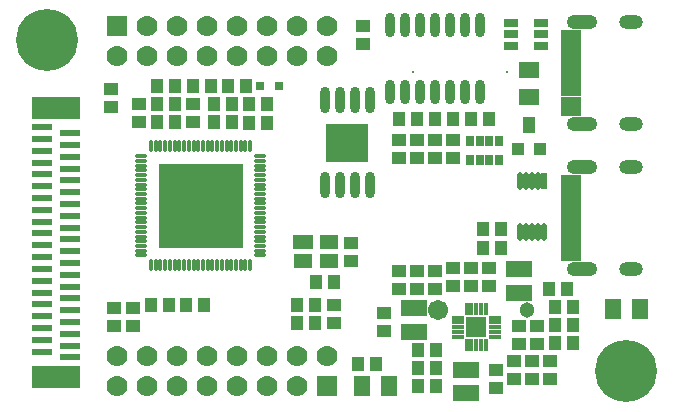
<source format=gts>
G04*
G04 #@! TF.GenerationSoftware,Altium Limited,Altium Designer,22.7.1 (60)*
G04*
G04 Layer_Color=8388736*
%FSLAX44Y44*%
%MOMM*%
G71*
G04*
G04 #@! TF.SameCoordinates,186F2EC3-0C17-4490-BAB8-18F5E94287E0*
G04*
G04*
G04 #@! TF.FilePolarity,Negative*
G04*
G01*
G75*
%ADD66R,1.4732X1.7272*%
%ADD67O,0.4826X1.4732*%
%ADD68R,0.4826X1.4732*%
%ADD69R,1.0032X1.2032*%
%ADD70R,1.2032X1.0032*%
%ADD71R,2.3032X1.4032*%
%ADD72R,1.0032X0.4532*%
%ADD73R,1.7032X1.7032*%
%ADD74R,0.4532X1.0032*%
%ADD75R,1.2032X0.7532*%
%ADD76R,1.7272X1.4732*%
%ADD77R,1.6532X0.5032*%
%ADD78R,3.6032X3.2032*%
%ADD79O,0.8128X2.2352*%
%ADD80R,0.7032X0.9652*%
%ADD81R,1.1176X1.4732*%
%ADD82R,1.1176X1.1176*%
%ADD83O,0.8128X2.0828*%
%ADD84O,1.0032X0.4032*%
%ADD85O,0.4032X1.0032*%
%ADD86R,7.2032X7.2032*%
%ADD87R,4.1000X1.9000*%
%ADD88R,1.7000X0.6000*%
%ADD89R,0.7532X0.7032*%
%ADD90R,1.7032X1.2032*%
%ADD91R,1.6032X1.2032*%
%ADD92C,0.2032*%
%ADD93C,1.7032*%
%ADD94C,1.3032*%
%ADD95O,2.6032X1.2032*%
%ADD96O,2.0032X1.2032*%
%ADD97C,5.2540*%
%ADD98R,1.7780X1.7780*%
%ADD99C,1.7780*%
G54D66*
X509270Y-257556D02*
D03*
X532130D02*
D03*
X319786Y-322580D02*
D03*
X296926D02*
D03*
G54D67*
X445690Y-148590D02*
D03*
X430690Y-191770D02*
D03*
Y-148590D02*
D03*
X435690Y-191770D02*
D03*
X440690Y-191770D02*
D03*
X445690D02*
D03*
X450690D02*
D03*
X435690Y-148590D02*
D03*
X440690D02*
D03*
G54D68*
X450690D02*
D03*
G54D69*
X359156Y-292189D02*
D03*
X343916D02*
D03*
X359156Y-307467D02*
D03*
X343916D02*
D03*
X359156Y-322707D02*
D03*
X343916D02*
D03*
X474980Y-270510D02*
D03*
X459740Y-270510D02*
D03*
X474980Y-285750D02*
D03*
X459740Y-285750D02*
D03*
X474980Y-255270D02*
D03*
X459740D02*
D03*
X414020Y-189700D02*
D03*
X398780D02*
D03*
X414020Y-205994D02*
D03*
X398780D02*
D03*
X403860Y-96520D02*
D03*
X388620D02*
D03*
X308610Y-303568D02*
D03*
X293370D02*
D03*
X327660Y-96482D02*
D03*
X342900D02*
D03*
X469900Y-240030D02*
D03*
X454660D02*
D03*
X373380Y-96520D02*
D03*
X358140D02*
D03*
X162560Y-254000D02*
D03*
X147320D02*
D03*
X133350D02*
D03*
X118110D02*
D03*
X123190Y-83820D02*
D03*
X138430D02*
D03*
X123190Y-99060D02*
D03*
X138430D02*
D03*
X153670Y-68580D02*
D03*
X168910D02*
D03*
X123190D02*
D03*
X138430D02*
D03*
X198120D02*
D03*
X182880D02*
D03*
X200660Y-100060D02*
D03*
X215900D02*
D03*
X186690Y-83820D02*
D03*
X171450D02*
D03*
Y-99060D02*
D03*
X186690D02*
D03*
X215900Y-83820D02*
D03*
X200660D02*
D03*
X241300Y-269240D02*
D03*
X256540D02*
D03*
X241300Y-253962D02*
D03*
X256540D02*
D03*
X273050Y-234188D02*
D03*
X257810D02*
D03*
G54D70*
X429260Y-287020D02*
D03*
Y-271780D02*
D03*
X444500D02*
D03*
Y-287020D02*
D03*
X425450Y-300990D02*
D03*
Y-316230D02*
D03*
X410156Y-323850D02*
D03*
Y-308610D02*
D03*
X455892Y-300990D02*
D03*
Y-316230D02*
D03*
X440690D02*
D03*
Y-300990D02*
D03*
X358140Y-240030D02*
D03*
Y-224790D02*
D03*
X342900D02*
D03*
Y-240030D02*
D03*
X327698D02*
D03*
Y-224790D02*
D03*
X373418Y-237490D02*
D03*
Y-222250D02*
D03*
X388658Y-237490D02*
D03*
Y-222250D02*
D03*
X314960Y-260350D02*
D03*
Y-275590D02*
D03*
X403860Y-222250D02*
D03*
Y-237490D02*
D03*
X327660Y-129540D02*
D03*
Y-114300D02*
D03*
X342900Y-129540D02*
D03*
Y-114300D02*
D03*
X358178D02*
D03*
Y-129540D02*
D03*
X373380Y-114300D02*
D03*
Y-129540D02*
D03*
X297142Y-33020D02*
D03*
Y-17780D02*
D03*
X102870Y-271780D02*
D03*
Y-256540D02*
D03*
X86360Y-271780D02*
D03*
Y-256540D02*
D03*
X83782Y-86360D02*
D03*
Y-71120D02*
D03*
X107950Y-83820D02*
D03*
Y-99060D02*
D03*
X153708Y-83820D02*
D03*
Y-99060D02*
D03*
X273088Y-254000D02*
D03*
Y-269240D02*
D03*
X287020Y-216408D02*
D03*
Y-201168D02*
D03*
G54D71*
X384810Y-328810D02*
D03*
Y-308610D02*
D03*
X340360Y-256600D02*
D03*
Y-276800D02*
D03*
X429260Y-223580D02*
D03*
Y-243780D02*
D03*
G54D72*
X377848Y-272670D02*
D03*
X408848D02*
D03*
X377848Y-264670D02*
D03*
Y-268670D02*
D03*
Y-276670D02*
D03*
X377848Y-280670D02*
D03*
X408848D02*
D03*
Y-276670D02*
D03*
Y-268670D02*
D03*
X408848Y-264670D02*
D03*
G54D73*
X393348Y-272670D02*
D03*
G54D74*
Y-288170D02*
D03*
Y-257170D02*
D03*
X401348Y-257170D02*
D03*
X397348Y-257170D02*
D03*
X389348D02*
D03*
X385348D02*
D03*
X385348Y-288170D02*
D03*
X389348D02*
D03*
X397348D02*
D03*
X401348D02*
D03*
G54D75*
X448465Y-15290D02*
D03*
Y-24790D02*
D03*
Y-34290D02*
D03*
X422465D02*
D03*
Y-24790D02*
D03*
Y-15290D02*
D03*
G54D76*
X438150Y-55246D02*
D03*
Y-78106D02*
D03*
G54D77*
X473710Y-146600D02*
D03*
Y-149600D02*
D03*
Y-157350D02*
D03*
Y-162850D02*
D03*
Y-167850D02*
D03*
Y-172850D02*
D03*
Y-177850D02*
D03*
Y-182850D02*
D03*
Y-154350D02*
D03*
Y-206350D02*
D03*
Y-187850D02*
D03*
Y-192850D02*
D03*
Y-197850D02*
D03*
Y-203350D02*
D03*
Y-211100D02*
D03*
Y-214100D02*
D03*
Y-23600D02*
D03*
Y-26600D02*
D03*
Y-34350D02*
D03*
Y-39850D02*
D03*
Y-44850D02*
D03*
Y-49850D02*
D03*
Y-54850D02*
D03*
Y-59850D02*
D03*
Y-31350D02*
D03*
Y-83350D02*
D03*
Y-64850D02*
D03*
Y-69850D02*
D03*
Y-74850D02*
D03*
Y-80350D02*
D03*
Y-88100D02*
D03*
Y-91100D02*
D03*
G54D78*
X284226Y-116586D02*
D03*
G54D79*
X290830Y-152518D02*
D03*
X303530D02*
D03*
X278130D02*
D03*
X265430D02*
D03*
Y-80518D02*
D03*
X278130D02*
D03*
X290830D02*
D03*
X303530D02*
D03*
G54D80*
X412240Y-130810D02*
D03*
Y-114740D02*
D03*
X404240Y-130810D02*
D03*
Y-114740D02*
D03*
X396240Y-130810D02*
D03*
Y-114740D02*
D03*
X388240Y-130810D02*
D03*
Y-114740D02*
D03*
G54D81*
X438150Y-101600D02*
D03*
G54D82*
X447548Y-121920D02*
D03*
X428498D02*
D03*
G54D83*
X320040Y-16510D02*
D03*
X332740D02*
D03*
X345440D02*
D03*
X358140D02*
D03*
X370840D02*
D03*
X383540D02*
D03*
X396240D02*
D03*
Y-73914D02*
D03*
X383540D02*
D03*
X370840D02*
D03*
X358140D02*
D03*
X345440D02*
D03*
X332740D02*
D03*
X320040D02*
D03*
G54D84*
X109504Y-128004D02*
D03*
Y-132004D02*
D03*
Y-136004D02*
D03*
Y-140004D02*
D03*
Y-144004D02*
D03*
Y-148004D02*
D03*
Y-152004D02*
D03*
Y-156004D02*
D03*
Y-160004D02*
D03*
Y-164004D02*
D03*
Y-168004D02*
D03*
Y-172004D02*
D03*
Y-176004D02*
D03*
Y-180004D02*
D03*
Y-184004D02*
D03*
Y-188004D02*
D03*
Y-192004D02*
D03*
Y-196004D02*
D03*
Y-200004D02*
D03*
Y-204004D02*
D03*
Y-208004D02*
D03*
Y-212004D02*
D03*
X210504D02*
D03*
Y-208004D02*
D03*
Y-204004D02*
D03*
Y-200004D02*
D03*
Y-196004D02*
D03*
Y-192004D02*
D03*
Y-188004D02*
D03*
Y-184004D02*
D03*
Y-180004D02*
D03*
Y-176004D02*
D03*
Y-172004D02*
D03*
Y-168004D02*
D03*
Y-164004D02*
D03*
Y-160004D02*
D03*
Y-156004D02*
D03*
Y-152004D02*
D03*
Y-148004D02*
D03*
Y-144004D02*
D03*
Y-140004D02*
D03*
Y-136004D02*
D03*
Y-132004D02*
D03*
Y-128004D02*
D03*
G54D85*
X118004Y-220504D02*
D03*
X122004D02*
D03*
X126004D02*
D03*
X130004D02*
D03*
X134004D02*
D03*
X138004D02*
D03*
X142004D02*
D03*
X146004D02*
D03*
X150004D02*
D03*
X154004D02*
D03*
X158004D02*
D03*
X162004D02*
D03*
X166004D02*
D03*
X170004D02*
D03*
X202004Y-119504D02*
D03*
X198004D02*
D03*
X194004D02*
D03*
X190004D02*
D03*
X186004D02*
D03*
X182004D02*
D03*
X178004D02*
D03*
X174004D02*
D03*
X170004D02*
D03*
X166004D02*
D03*
X162004D02*
D03*
X158004D02*
D03*
X154004D02*
D03*
X150004D02*
D03*
X146004D02*
D03*
X142004D02*
D03*
X138004D02*
D03*
X134004D02*
D03*
X130004D02*
D03*
X126004D02*
D03*
X122004D02*
D03*
X118004D02*
D03*
X202004Y-220504D02*
D03*
X186004D02*
D03*
X182004D02*
D03*
X178004D02*
D03*
X174004D02*
D03*
X190004D02*
D03*
X194004D02*
D03*
X198004D02*
D03*
G54D86*
X160004Y-170004D02*
D03*
G54D87*
X37531Y-86929D02*
D03*
Y-314930D02*
D03*
G54D88*
X49530Y-298430D02*
D03*
X25532Y-293428D02*
D03*
X49530Y-288430D02*
D03*
X25532Y-283428D02*
D03*
X49530Y-278430D02*
D03*
X25532Y-273428D02*
D03*
X49530Y-268430D02*
D03*
X25532Y-263428D02*
D03*
X49530Y-258430D02*
D03*
X25532Y-253428D02*
D03*
X49530Y-248430D02*
D03*
X25532Y-243428D02*
D03*
X49530Y-238430D02*
D03*
X25532Y-233428D02*
D03*
X49530Y-228430D02*
D03*
X25532Y-223429D02*
D03*
X49530Y-218430D02*
D03*
X25532Y-213429D02*
D03*
X49530Y-208430D02*
D03*
X25532Y-203429D02*
D03*
X49530Y-198430D02*
D03*
X25532Y-193429D02*
D03*
X49530Y-188430D02*
D03*
X25532Y-183429D02*
D03*
X49530Y-178430D02*
D03*
X25532Y-173429D02*
D03*
X49530Y-168430D02*
D03*
X25532Y-163429D02*
D03*
X49530Y-158430D02*
D03*
X25532Y-153429D02*
D03*
X49530Y-148430D02*
D03*
X25532Y-143429D02*
D03*
X49530Y-138430D02*
D03*
X25532Y-133429D02*
D03*
X49530Y-128430D02*
D03*
X25532Y-123429D02*
D03*
X49530Y-118430D02*
D03*
X25532Y-113429D02*
D03*
X49530Y-108430D02*
D03*
X25532Y-103429D02*
D03*
G54D89*
X210440Y-68580D02*
D03*
X226440D02*
D03*
G54D90*
X246380Y-200408D02*
D03*
G54D91*
X268380D02*
D03*
Y-216408D02*
D03*
X246380D02*
D03*
G54D92*
X419454Y-56944D02*
D03*
X339454Y-56944D02*
D03*
G54D93*
X361188Y-257810D02*
D03*
G54D94*
X436188D02*
D03*
G54D95*
X482860Y-223550D02*
D03*
Y-137150D02*
D03*
Y-100550D02*
D03*
Y-14150D02*
D03*
G54D96*
X524660Y-223550D02*
D03*
Y-137150D02*
D03*
Y-100550D02*
D03*
Y-14150D02*
D03*
G54D97*
X30000Y-30000D02*
D03*
X520000Y-310000D02*
D03*
G54D98*
X88900Y-17780D02*
D03*
X266700Y-322580D02*
D03*
G54D99*
X88900Y-43180D02*
D03*
X114300Y-17780D02*
D03*
Y-43180D02*
D03*
X139700Y-17780D02*
D03*
X139700Y-43180D02*
D03*
X165100Y-17780D02*
D03*
Y-43180D02*
D03*
X190500Y-17780D02*
D03*
Y-43180D02*
D03*
X215900Y-17780D02*
D03*
Y-43180D02*
D03*
X241300Y-17780D02*
D03*
Y-43180D02*
D03*
X266700Y-17780D02*
D03*
X266700Y-43180D02*
D03*
X88900Y-297180D02*
D03*
X88900Y-322580D02*
D03*
X114300Y-297180D02*
D03*
Y-322580D02*
D03*
X139700Y-297180D02*
D03*
Y-322580D02*
D03*
X165100Y-297180D02*
D03*
Y-322580D02*
D03*
X190500Y-297180D02*
D03*
Y-322580D02*
D03*
X215900Y-297180D02*
D03*
X215900Y-322580D02*
D03*
X241300Y-297180D02*
D03*
Y-322580D02*
D03*
X266700Y-297180D02*
D03*
M02*

</source>
